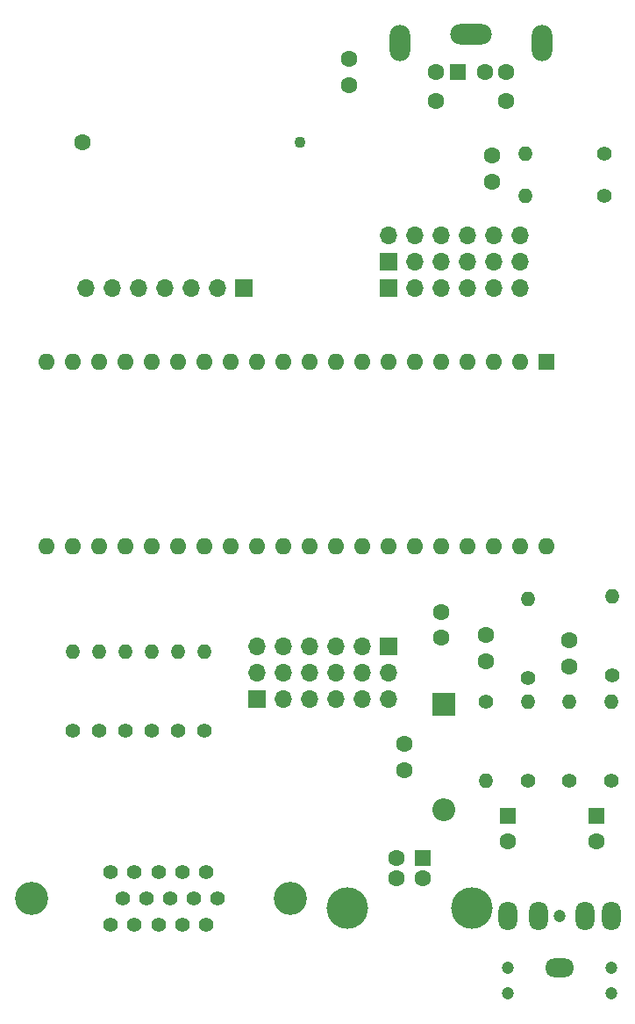
<source format=gbs>
G04 #@! TF.GenerationSoftware,KiCad,Pcbnew,(6.0.1)*
G04 #@! TF.CreationDate,2022-06-30T11:26:30-04:00*
G04 #@! TF.ProjectId,PiPicoMite03,50695069-636f-44d6-9974-6530332e6b69,1*
G04 #@! TF.SameCoordinates,Original*
G04 #@! TF.FileFunction,Soldermask,Bot*
G04 #@! TF.FilePolarity,Negative*
%FSLAX46Y46*%
G04 Gerber Fmt 4.6, Leading zero omitted, Abs format (unit mm)*
G04 Created by KiCad (PCBNEW (6.0.1)) date 2022-06-30 11:26:30*
%MOMM*%
%LPD*%
G01*
G04 APERTURE LIST*
%ADD10C,3.200000*%
%ADD11C,1.397000*%
%ADD12C,1.600000*%
%ADD13C,1.100000*%
%ADD14C,1.400000*%
%ADD15O,1.400000X1.400000*%
%ADD16R,1.600000X1.600000*%
%ADD17O,1.600000X1.600000*%
%ADD18C,4.000000*%
%ADD19R,1.700000X1.700000*%
%ADD20O,1.700000X1.700000*%
%ADD21R,2.200000X2.200000*%
%ADD22O,2.200000X2.200000*%
%ADD23C,1.200000*%
%ADD24O,1.800000X2.800000*%
%ADD25O,2.800000X1.800000*%
%ADD26O,2.000000X3.500000*%
%ADD27O,4.000000X2.000000*%
G04 APERTURE END LIST*
D10*
X134574510Y-130513590D03*
X109585990Y-130513590D03*
D11*
X126390630Y-127973590D03*
X124099550Y-127973590D03*
X121813550Y-127973590D03*
X119519930Y-127973590D03*
X117231390Y-127973590D03*
X127536170Y-130513590D03*
X125245090Y-130513590D03*
X122954010Y-130513590D03*
X120665470Y-130513590D03*
X118374390Y-130513590D03*
X126390630Y-133053590D03*
X124099550Y-133053590D03*
X121811010Y-133051050D03*
X119519930Y-133053590D03*
X117231390Y-133053590D03*
D12*
X114513000Y-57625500D03*
D13*
X135513000Y-57625500D03*
D14*
X126233000Y-114300000D03*
D15*
X126233000Y-106680000D03*
D14*
X123693000Y-114300000D03*
D15*
X123693000Y-106680000D03*
D14*
X157475000Y-109220000D03*
D15*
X157475000Y-101600000D03*
D14*
X121153000Y-114300000D03*
D15*
X121153000Y-106680000D03*
D14*
X118613000Y-114300000D03*
D15*
X118613000Y-106680000D03*
D14*
X116073000Y-114300000D03*
D15*
X116073000Y-106680000D03*
D14*
X113533000Y-114300000D03*
D15*
X113533000Y-106680000D03*
D16*
X159253000Y-78735000D03*
D17*
X156713000Y-78735000D03*
X154173000Y-78735000D03*
X151633000Y-78735000D03*
X149093000Y-78735000D03*
X146553000Y-78735000D03*
X144013000Y-78735000D03*
X141473000Y-78735000D03*
X138933000Y-78735000D03*
X136393000Y-78735000D03*
X133853000Y-78735000D03*
X131313000Y-78735000D03*
X128773000Y-78735000D03*
X126233000Y-78735000D03*
X123693000Y-78735000D03*
X121153000Y-78735000D03*
X118613000Y-78735000D03*
X116073000Y-78735000D03*
X113533000Y-78735000D03*
X110993000Y-78735000D03*
X110993000Y-96515000D03*
X113533000Y-96515000D03*
X116073000Y-96515000D03*
X118613000Y-96515000D03*
X121153000Y-96515000D03*
X123693000Y-96515000D03*
X126233000Y-96515000D03*
X128773000Y-96515000D03*
X131313000Y-96515000D03*
X133853000Y-96515000D03*
X136393000Y-96515000D03*
X138933000Y-96515000D03*
X141473000Y-96515000D03*
X144013000Y-96515000D03*
X146553000Y-96515000D03*
X149093000Y-96515000D03*
X151633000Y-96515000D03*
X154173000Y-96515000D03*
X156713000Y-96515000D03*
X159253000Y-96515000D03*
D16*
X147300000Y-126582500D03*
D12*
X144800000Y-126582500D03*
X144800000Y-128582500D03*
X147300000Y-128582500D03*
D18*
X140050000Y-131442500D03*
X152050000Y-131442500D03*
D16*
X155513000Y-122492888D03*
D12*
X155513000Y-124992888D03*
X153411000Y-107620000D03*
X153411000Y-105120000D03*
D14*
X161513000Y-119126000D03*
D15*
X161513000Y-111506000D03*
D14*
X157513000Y-119126000D03*
D15*
X157513000Y-111506000D03*
D12*
X154013000Y-58870000D03*
X154013000Y-61370000D03*
D19*
X131318000Y-111252000D03*
D20*
X131318000Y-108712000D03*
X133858000Y-111252000D03*
X133858000Y-108712000D03*
X136398000Y-111252000D03*
X136398000Y-108712000D03*
X138938000Y-111252000D03*
X138938000Y-108712000D03*
X141478000Y-111252000D03*
X141478000Y-108712000D03*
X144018000Y-111252000D03*
X144018000Y-108712000D03*
D19*
X144013000Y-69088000D03*
D20*
X144013000Y-66548000D03*
X146553000Y-69088000D03*
X146553000Y-66548000D03*
X149093000Y-69088000D03*
X149093000Y-66548000D03*
X151633000Y-69088000D03*
X151633000Y-66548000D03*
X154173000Y-69088000D03*
X154173000Y-66548000D03*
X156713000Y-69088000D03*
X156713000Y-66548000D03*
D19*
X144018000Y-106172000D03*
D20*
X141478000Y-106172000D03*
X138938000Y-106172000D03*
X136398000Y-106172000D03*
X133858000Y-106172000D03*
X131318000Y-106172000D03*
X114803000Y-71628000D03*
X117343000Y-71628000D03*
X119883000Y-71628000D03*
X122423000Y-71628000D03*
X124963000Y-71628000D03*
X127503000Y-71628000D03*
D19*
X130043000Y-71628000D03*
D21*
X149347000Y-111760000D03*
D22*
X149347000Y-121920000D03*
D12*
X161513000Y-108120000D03*
X161513000Y-105620000D03*
X140203000Y-52050000D03*
X140203000Y-49550000D03*
D23*
X155513000Y-137144000D03*
X165513000Y-137144000D03*
X165513000Y-139644000D03*
X155513000Y-139644000D03*
X160513000Y-132144000D03*
D24*
X155513000Y-132144000D03*
X158513000Y-132144000D03*
D25*
X160513000Y-137144000D03*
D24*
X165513000Y-132144000D03*
X163013000Y-132144000D03*
D14*
X153411000Y-111506000D03*
D15*
X153411000Y-119126000D03*
D14*
X164841000Y-62738000D03*
D15*
X157221000Y-62738000D03*
D14*
X164841000Y-58674000D03*
D15*
X157221000Y-58674000D03*
D16*
X164079000Y-122492888D03*
D12*
X164079000Y-124992888D03*
X149093000Y-102870000D03*
X149093000Y-105370000D03*
D16*
X150703106Y-50845001D03*
D12*
X153303106Y-50845001D03*
X148603106Y-50845001D03*
X155403106Y-50845001D03*
X148603106Y-53645001D03*
X155403106Y-53645001D03*
D26*
X158853106Y-47995001D03*
X145153106Y-47995001D03*
D27*
X152003106Y-47195001D03*
D12*
X145537000Y-118090000D03*
X145537000Y-115590000D03*
D14*
X165513000Y-119126000D03*
D15*
X165513000Y-111506000D03*
D14*
X165603000Y-108966000D03*
D15*
X165603000Y-101346000D03*
D19*
X144013000Y-71628000D03*
D20*
X146553000Y-71628000D03*
X149093000Y-71628000D03*
X151633000Y-71628000D03*
X154173000Y-71628000D03*
X156713000Y-71628000D03*
M02*

</source>
